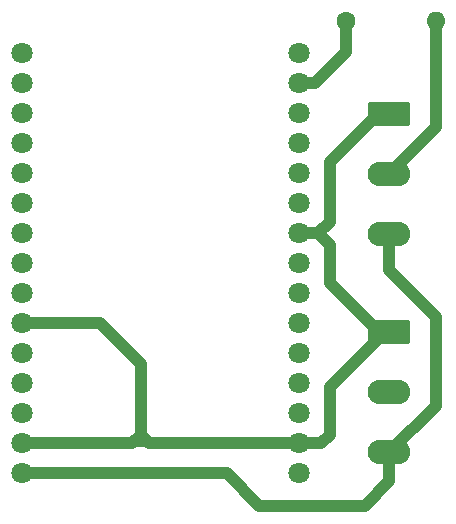
<source format=gbr>
%TF.GenerationSoftware,KiCad,Pcbnew,8.0.2*%
%TF.CreationDate,2024-05-04T20:25:50+02:00*%
%TF.ProjectId,led-strip-connector,6c65642d-7374-4726-9970-2d636f6e6e65,rev?*%
%TF.SameCoordinates,Original*%
%TF.FileFunction,Copper,L1,Top*%
%TF.FilePolarity,Positive*%
%FSLAX46Y46*%
G04 Gerber Fmt 4.6, Leading zero omitted, Abs format (unit mm)*
G04 Created by KiCad (PCBNEW 8.0.2) date 2024-05-04 20:25:50*
%MOMM*%
%LPD*%
G01*
G04 APERTURE LIST*
G04 Aperture macros list*
%AMRoundRect*
0 Rectangle with rounded corners*
0 $1 Rounding radius*
0 $2 $3 $4 $5 $6 $7 $8 $9 X,Y pos of 4 corners*
0 Add a 4 corners polygon primitive as box body*
4,1,4,$2,$3,$4,$5,$6,$7,$8,$9,$2,$3,0*
0 Add four circle primitives for the rounded corners*
1,1,$1+$1,$2,$3*
1,1,$1+$1,$4,$5*
1,1,$1+$1,$6,$7*
1,1,$1+$1,$8,$9*
0 Add four rect primitives between the rounded corners*
20,1,$1+$1,$2,$3,$4,$5,0*
20,1,$1+$1,$4,$5,$6,$7,0*
20,1,$1+$1,$6,$7,$8,$9,0*
20,1,$1+$1,$8,$9,$2,$3,0*%
G04 Aperture macros list end*
%TA.AperFunction,ComponentPad*%
%ADD10C,1.800000*%
%TD*%
%TA.AperFunction,ComponentPad*%
%ADD11RoundRect,0.249999X-1.550001X0.790001X-1.550001X-0.790001X1.550001X-0.790001X1.550001X0.790001X0*%
%TD*%
%TA.AperFunction,ComponentPad*%
%ADD12O,3.600000X2.080000*%
%TD*%
%TA.AperFunction,ComponentPad*%
%ADD13C,1.600000*%
%TD*%
%TA.AperFunction,ComponentPad*%
%ADD14O,1.600000X1.600000*%
%TD*%
%TA.AperFunction,Conductor*%
%ADD15C,1.000000*%
%TD*%
G04 APERTURE END LIST*
D10*
%TO.P,U1,1,A0(ADC0)*%
%TO.N,unconnected-(U1-A0(ADC0)-Pad1)*%
X129910000Y-79710000D03*
%TO.P,U1,2,RSV*%
%TO.N,unconnected-(U1-RSV-Pad2)*%
X129910000Y-82250000D03*
%TO.P,U1,3,RSV*%
%TO.N,unconnected-(U1-RSV-Pad3)*%
X129910000Y-84790000D03*
%TO.P,U1,4,SD3(GPIO10)*%
%TO.N,unconnected-(U1-SD3(GPIO10)-Pad4)*%
X129910000Y-87330000D03*
%TO.P,U1,5,SD2(GPIO9)*%
%TO.N,unconnected-(U1-SD2(GPIO9)-Pad5)*%
X129910000Y-89870000D03*
%TO.P,U1,6,SD1(MOSI)*%
%TO.N,unconnected-(U1-SD1(MOSI)-Pad6)*%
X129910000Y-92410000D03*
%TO.P,U1,7,CMD(CS)*%
%TO.N,unconnected-(U1-CMD(CS)-Pad7)*%
X129910000Y-94950000D03*
%TO.P,U1,8,SDO(MISO)*%
%TO.N,unconnected-(U1-SDO(MISO)-Pad8)*%
X129910000Y-97490000D03*
%TO.P,U1,9,CLK(SCLK)*%
%TO.N,unconnected-(U1-CLK(SCLK)-Pad9)*%
X129910000Y-100030000D03*
%TO.P,U1,10,GND*%
%TO.N,GND*%
X129910000Y-102570000D03*
%TO.P,U1,11,3.3V*%
%TO.N,unconnected-(U1-3.3V-Pad11)*%
X129910000Y-105110000D03*
%TO.P,U1,12,EN*%
%TO.N,unconnected-(U1-EN-Pad12)*%
X129910000Y-107650000D03*
%TO.P,U1,13,RST*%
%TO.N,unconnected-(U1-RST-Pad13)*%
X129910000Y-110190000D03*
%TO.P,U1,14,GND*%
%TO.N,GND*%
X129910000Y-112730000D03*
%TO.P,U1,15,VIN*%
%TO.N,+5V*%
X129910000Y-115270000D03*
%TO.P,U1,16,3.3V*%
%TO.N,unconnected-(U1-3.3V-Pad16)*%
X153405000Y-115270000D03*
%TO.P,U1,17,GND*%
%TO.N,GND*%
X153405000Y-112730000D03*
%TO.P,U1,18,TX(GPIO1)*%
%TO.N,unconnected-(U1-TX(GPIO1)-Pad18)*%
X153405000Y-110190000D03*
%TO.P,U1,19,RX(DPIO3)*%
%TO.N,unconnected-(U1-RX(DPIO3)-Pad19)*%
X153405000Y-107650000D03*
%TO.P,U1,20,D8(GPIO15)*%
%TO.N,unconnected-(U1-D8(GPIO15)-Pad20)*%
X153405000Y-105110000D03*
%TO.P,U1,21,D7(GPIO13)*%
%TO.N,unconnected-(U1-D7(GPIO13)-Pad21)*%
X153405000Y-102570000D03*
%TO.P,U1,22,D6(GPIO12)*%
%TO.N,unconnected-(U1-D6(GPIO12)-Pad22)*%
X153405000Y-100030000D03*
%TO.P,U1,23,D5(GPIO14)*%
%TO.N,unconnected-(U1-D5(GPIO14)-Pad23)*%
X153405000Y-97490000D03*
%TO.P,U1,24,GND*%
%TO.N,GND*%
X153405000Y-94950000D03*
%TO.P,U1,25,3.3V*%
%TO.N,unconnected-(U1-3.3V-Pad25)*%
X153405000Y-92410000D03*
%TO.P,U1,26,D4(GPIO2)*%
%TO.N,unconnected-(U1-D4(GPIO2)-Pad26)*%
X153405000Y-89870000D03*
%TO.P,U1,27,D3(GPIO0)*%
%TO.N,unconnected-(U1-D3(GPIO0)-Pad27)*%
X153405000Y-87330000D03*
%TO.P,U1,28,D2(GPIO4)*%
%TO.N,unconnected-(U1-D2(GPIO4)-Pad28)*%
X153405000Y-84790000D03*
%TO.P,U1,29,D1(GPIO5)*%
%TO.N,Net-(U1-D1(GPIO5))*%
X153405000Y-82250000D03*
%TO.P,U1,30,D0(GPIO16)*%
%TO.N,unconnected-(U1-D0(GPIO16)-Pad30)*%
X153405000Y-79710000D03*
%TD*%
D11*
%TO.P,J2,1,Pin_1*%
%TO.N,GND*%
X161060000Y-103320000D03*
D12*
%TO.P,J2,2,Pin_2*%
%TO.N,unconnected-(J2-Pin_2-Pad2)*%
X161060000Y-108400000D03*
%TO.P,J2,3,Pin_3*%
%TO.N,+5V*%
X161060000Y-113480000D03*
%TD*%
D13*
%TO.P,R1,1*%
%TO.N,Net-(U1-D1(GPIO5))*%
X157380000Y-77000000D03*
D14*
%TO.P,R1,2*%
%TO.N,Net-(J1-Pin_2)*%
X165000000Y-77000000D03*
%TD*%
D11*
%TO.P,J1,1,Pin_1*%
%TO.N,GND*%
X161037500Y-84820000D03*
D12*
%TO.P,J1,2,Pin_2*%
%TO.N,Net-(J1-Pin_2)*%
X161037500Y-89900000D03*
%TO.P,J1,3,Pin_3*%
%TO.N,+5V*%
X161037500Y-94980000D03*
%TD*%
D15*
%TO.N,GND*%
X140000000Y-112000000D02*
X140000000Y-106000000D01*
X156000000Y-112000000D02*
X156000000Y-108000000D01*
X139500000Y-112500000D02*
X139270000Y-112730000D01*
X129910000Y-112730000D02*
X139270000Y-112730000D01*
X140500000Y-112500000D02*
X139500000Y-112500000D01*
X156000000Y-108000000D02*
X160680000Y-103320000D01*
X160108750Y-84820000D02*
X161037500Y-84820000D01*
X140730000Y-112730000D02*
X140500000Y-112500000D01*
X153405000Y-94950000D02*
X155050000Y-94950000D01*
X139270000Y-112730000D02*
X140000000Y-112000000D01*
X156000000Y-94000000D02*
X156000000Y-88928750D01*
X160680000Y-103320000D02*
X161060000Y-103320000D01*
X156000000Y-88928750D02*
X160108750Y-84820000D01*
X156000000Y-95900000D02*
X156000000Y-99130000D01*
X153405000Y-112730000D02*
X155270000Y-112730000D01*
X136570000Y-102570000D02*
X140000000Y-106000000D01*
X155270000Y-112730000D02*
X156000000Y-112000000D01*
X129910000Y-102570000D02*
X136570000Y-102570000D01*
X140000000Y-112000000D02*
X140730000Y-112730000D01*
X156000000Y-99130000D02*
X160190000Y-103320000D01*
X155050000Y-94950000D02*
X156000000Y-94000000D01*
X140730000Y-112730000D02*
X153405000Y-112730000D01*
X155050000Y-94950000D02*
X156000000Y-95900000D01*
X160190000Y-103320000D02*
X161060000Y-103320000D01*
%TO.N,Net-(J1-Pin_2)*%
X165000000Y-85937500D02*
X161037500Y-89900000D01*
X165000000Y-77000000D02*
X165000000Y-85937500D01*
%TO.N,+5V*%
X161037500Y-98037500D02*
X165000000Y-102000000D01*
X129910000Y-115270000D02*
X147270000Y-115270000D01*
X165000000Y-102000000D02*
X165000000Y-109540000D01*
X161037500Y-94980000D02*
X161037500Y-98037500D01*
X147270000Y-115270000D02*
X150000000Y-118000000D01*
X150000000Y-118000000D02*
X159000000Y-118000000D01*
X159000000Y-118000000D02*
X161060000Y-115940000D01*
X165000000Y-109540000D02*
X161060000Y-113480000D01*
X161060000Y-115940000D02*
X161060000Y-113480000D01*
%TO.N,Net-(U1-D1(GPIO5))*%
X154750000Y-82250000D02*
X157380000Y-79620000D01*
X157380000Y-79620000D02*
X157380000Y-77000000D01*
X153405000Y-82250000D02*
X154750000Y-82250000D01*
%TD*%
M02*

</source>
